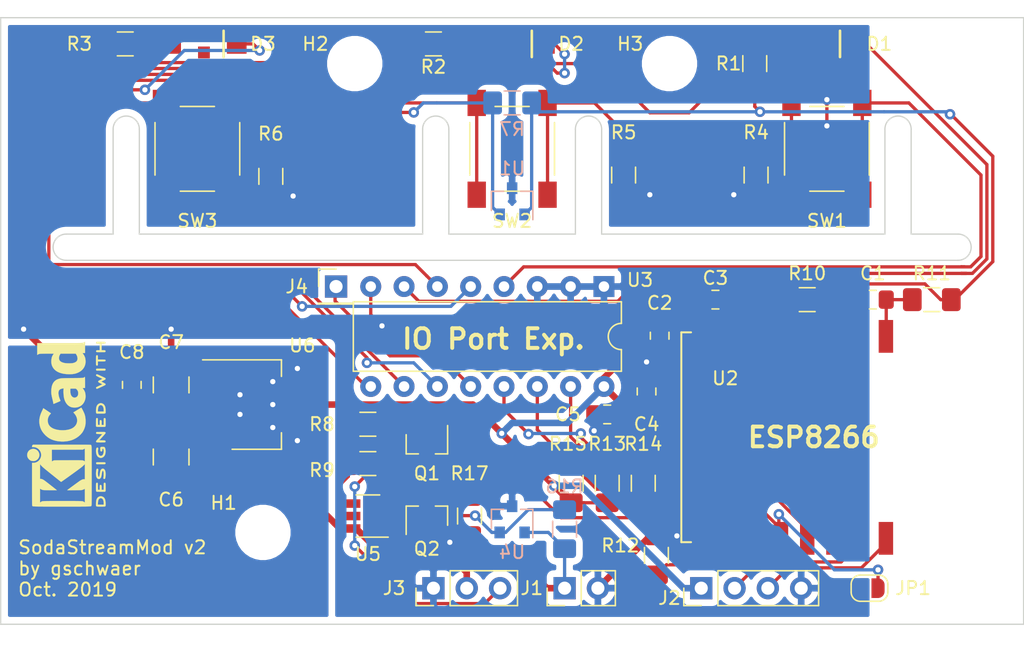
<source format=kicad_pcb>
(kicad_pcb (version 20211014) (generator pcbnew)
  (layers (0 "F.Cu" signal) (31 "B.Cu" signal) (34 "B.Paste" user) (35 "F.Paste" user) (36 "B.SilkS" user "B.Silkscreen") (37 "F.SilkS" user "F.Silkscreen") (38 "B.Mask" user) (39 "F.Mask" user) (44 "Edge.Cuts" user))
  (net 0 "")
  (net 1 "VDD")
  (net 2 "GND")
  (net 3 "+3V3")
  (net 4 "/PortExpander/LED1")
  (net 5 "Net-(D1-Pad2)")
  (net 6 "Net-(D2-Pad2)")
  (net 7 "/PortExpander/LED2")
  (net 8 "/PortExpander/LED3")
  (net 9 "Net-(D3-Pad2)")
  (net 10 "/RXD")
  (net 11 "/TXD")
  (net 12 "Net-(J3-Pad3)")
  (net 13 "/ESP8266/ServoPWM")
  (net 14 "Net-(Q2-Pad3)")
  (net 15 "Net-(Q2-Pad1)")
  (net 16 "Net-(R4-Pad2)")
  (net 17 "Net-(R5-Pad2)")
  (net 18 "Net-(R6-Pad2)")
  (net 19 "/PortExpander/MagSwitch")
  (net 20 "Net-(R12-Pad2)")
  (net 21 "/PortExpander/BTN1")
  (net 22 "/PortExpander/BTN2")
  (net 23 "/PortExpander/BTN3")
  (net 24 "Net-(C1-Pad1)")
  (net 25 "/ESP8266/IO_SCL")
  (net 26 "Net-(R10-Pad2)")
  (net 27 "/ESP8266/IO_Int")
  (net 28 "/ESP8266/IO_SDA")
  (net 29 "/Power/Vin")
  (net 30 "Net-(J4-Pad1)")
  (footprint "Capacitor_SMD:C_0805_2012Metric_Pad1.15x1.40mm_HandSolder" (layer "F.Cu") (at 164 86.5 180)
    (fp_text reference "C1")
    (fp_text value "100n")
  )
  (footprint "Capacitor_SMD:C_0805_2012Metric_Pad1.15x1.40mm_HandSolder" (layer "F.Cu") (at 147.75 89.25 -90)
    (fp_text reference "C2")
    (fp_text value "10u")
  )
  (footprint "Capacitor_SMD:C_0805_2012Metric_Pad1.15x1.40mm_HandSolder" (layer "F.Cu") (at 152 86.5)
    (fp_text reference "C3")
    (fp_text value "100n")
  )
  (footprint "Capacitor_SMD:C_0805_2012Metric_Pad1.15x1.40mm_HandSolder" (layer "F.Cu") (at 146.75 93.5 90)
    (fp_text reference "C4")
    (fp_text value "1u")
  )
  (footprint "Capacitor_SMD:C_0805_2012Metric_Pad1.15x1.40mm_HandSolder" (layer "F.Cu") (at 143.75 95.25 180)
    (fp_text reference "C5")
    (fp_text value "100n")
  )
  (footprint "Capacitor_SMD:C_1210_3225Metric_Pad1.42x2.65mm_HandSolder" (layer "F.Cu") (at 110.5 98.5 -90)
    (fp_text reference "C6")
    (fp_text value "22µF")
  )
  (footprint "Capacitor_SMD:C_1210_3225Metric_Pad1.42x2.65mm_HandSolder" (layer "F.Cu") (at 110.5 93 90)
    (fp_text reference "C7")
    (fp_text value "22µF")
  )
  (footprint "Capacitor_SMD:C_0805_2012Metric_Pad1.15x1.40mm_HandSolder" (layer "F.Cu") (at 107.5 93 90)
    (fp_text reference "C8")
    (fp_text value "100n")
  )
  (footprint "Parts_gschwaer:LED_SMD_SideView_3.0x1.0x2.0_2+1pin" (layer "F.Cu") (at 160 67 180)
    (fp_text reference "D1")
    (fp_text value "LED")
  )
  (footprint "Parts_gschwaer:LED_SMD_SideView_3.0x1.0x2.0_2+1pin" (layer "F.Cu") (at 113 67 180)
    (fp_text reference "D3")
    (fp_text value "LED")
  )
  (footprint "Connector_PinHeader_2.54mm:PinHeader_1x02_P2.54mm_Vertical" (layer "F.Cu") (at 140.5 108.5 90)
    (fp_text reference "J1")
    (fp_text value "PWR")
  )
  (footprint "Connector_PinHeader_2.54mm:PinHeader_1x04_P2.54mm_Vertical" (layer "F.Cu") (at 150.92 108.5 90)
    (fp_text reference "J2")
    (fp_text value "UART")
  )
  (footprint "Connector_PinHeader_2.54mm:PinHeader_1x03_P2.54mm_Vertical" (layer "F.Cu") (at 130.5 108.5 90)
    (fp_text reference "J3")
    (fp_text value "Servo")
  )
  (footprint "Jumper:SolderJumper-2_P1.3mm_Open_RoundedPad1.0x1.5mm" (layer "F.Cu") (at 163.75 108.5 180)
    (fp_text reference "JP1")
    (fp_text value "PROG")
  )
  (footprint "Package_TO_SOT_SMD:SOT-23" (layer "F.Cu") (at 130 97.5 -90)
    (fp_text reference "Q1")
    (fp_text value "BSS138")
  )
  (footprint "Package_TO_SOT_SMD:SOT-23" (layer "F.Cu") (at 130 103 90)
    (fp_text reference "Q2")
    (fp_text value "BSS138")
  )
  (footprint "Resistor_SMD:R_1206_3216Metric_Pad1.42x1.75mm_HandSolder" (layer "F.Cu") (at 155 68.5 -90)
    (fp_text reference "R1")
    (fp_text value "68")
  )
  (footprint "Resistor_SMD:R_1206_3216Metric_Pad1.42x1.75mm_HandSolder" (layer "F.Cu") (at 130.5 67 180)
    (fp_text reference "R2")
    (fp_text value "68")
  )
  (footprint "Resistor_SMD:R_1206_3216Metric_Pad1.42x1.75mm_HandSolder" (layer "F.Cu") (at 107 67 180)
    (fp_text reference "R3")
    (fp_text value "68")
  )
  (footprint "Resistor_SMD:R_1206_3216Metric_Pad1.42x1.75mm_HandSolder" (layer "F.Cu") (at 155.1 77 90)
    (fp_text reference "R4")
    (fp_text value "1k")
  )
  (footprint "Resistor_SMD:R_1206_3216Metric_Pad1.42x1.75mm_HandSolder" (layer "F.Cu") (at 118.1 77.1 90)
    (fp_text reference "R6")
    (fp_text value "1k")
  )
  (footprint "Resistor_SMD:R_1206_3216Metric_Pad1.42x1.75mm_HandSolder" (layer "F.Cu") (at 125.5 96)
    (fp_text reference "R8")
    (fp_text value "10k")
  )
  (footprint "Resistor_SMD:R_1206_3216Metric_Pad1.42x1.75mm_HandSolder" (layer "F.Cu") (at 125.5 99)
    (fp_text reference "R9")
    (fp_text value "10k")
  )
  (footprint "Resistor_SMD:R_1206_3216Metric_Pad1.42x1.75mm_HandSolder" (layer "F.Cu") (at 159 86.5)
    (fp_text reference "R10")
    (fp_text value "47k")
  )
  (footprint "Resistor_SMD:R_1206_3216Metric_Pad1.42x1.75mm_HandSolder" (layer "F.Cu") (at 168.5 86.5 180)
    (fp_text reference "R11")
    (fp_text value "47k")
  )
  (footprint "Resistor_SMD:R_1206_3216Metric_Pad1.42x1.75mm_HandSolder" (layer "F.Cu") (at 147.5 106 -90)
    (fp_text reference "R12")
    (fp_text value "10k")
  )
  (footprint "Resistor_SMD:R_1206_3216Metric_Pad1.42x1.75mm_HandSolder" (layer "F.Cu") (at 143.75 100.5 90)
    (fp_text reference "R13")
    (fp_text value "47k")
  )
  (footprint "Resistor_SMD:R_1206_3216Metric_Pad1.42x1.75mm_HandSolder" (layer "F.Cu") (at 146.5 100.5 90)
    (fp_text reference "R14")
    (fp_text value "47k")
  )
  (footprint "Resistor_SMD:R_1206_3216Metric_Pad1.42x1.75mm_HandSolder" (layer "F.Cu") (at 141 100.5 90)
    (fp_text reference "R15")
    (fp_text value "47k")
  )
  (footprint "Resistor_SMD:R_1206_3216Metric_Pad1.42x1.75mm_HandSolder" (layer "F.Cu") (at 133.25 103 -90)
    (fp_text reference "R17")
    (fp_text value "47k")
  )
  (footprint "Parts_gschwaer:SW_WE_6x6mm" (layer "F.Cu") (at 160.5 75 -90)
    (fp_text reference "SW1")
    (fp_text value "SW_Push")
  )
  (footprint "Parts_gschwaer:SW_WE_6x6mm" (layer "F.Cu") (at 136.5 75 90)
    (fp_text reference "SW2")
    (fp_text value "SW_Push")
  )
  (footprint "Parts_gschwaer:SW_WE_6x6mm" (layer "F.Cu") (at 112.5 75 90)
    (fp_text reference "SW3")
    (fp_text value "SW_Push")
  )
  (footprint "Package_DIP:DIP-16_W7.62mm" (layer "F.Cu") (at 143.5 85.5 -90)
    (fp_text reference "U3")
    (fp_text value "PCF8574")
  )
  (footprint "Package_TO_SOT_SMD:SOT-23-6" (layer "F.Cu") (at 125.5 103 180)
    (fp_text reference "U5")
    (fp_text value "TPS22810DBVR")
  )
  (footprint "Package_TO_SOT_SMD:SOT-223-3_TabPin2" (layer "F.Cu") (at 117 94.5)
    (fp_text reference "U6")
    (fp_text value "AMS1117-3.3")
  )
  (footprint "Module_ESP8266:ESP-12E_SMD" (layer "F.Cu") (at 165 90 -90)
    (fp_text reference "U2")
    (fp_text value "ESP-12E" hide)
  )
  (footprint "Parts_gschwaer:LED_SMD_SideView_3.0x1.0x2.0_2+1pin" (layer "F.Cu") (at 136.5 67 180)
    (fp_text reference "D2")
    (fp_text value "LED")
  )
  (footprint "Resistor_SMD:R_1206_3216Metric_Pad1.42x1.75mm_HandSolder" (layer "F.Cu") (at 145 77 90)
    (fp_text reference "R5")
    (fp_text value "1k")
  )
  (footprint "Connector_PinHeader_2.54mm:PinHeader_1x01_P2.54mm_Vertical" (layer "F.Cu") (at 123.075 85.5)
    (fp_text reference "J4")
    (fp_text value "Conn_01x01_Male")
  )
  (footprint "MountingHole:MountingHole_3.2mm_M3" (layer "F.Cu") (at 117.5 104.25)
    (fp_text reference "H1")
    (fp_text value "MountingHole")
  )
  (footprint "MountingHole:MountingHole_3.2mm_M3" (layer "F.Cu") (at 124.5 68.5)
    (fp_text reference "H2")
    (fp_text value "MountingHole")
  )
  (footprint "MountingHole:MountingHole_3.2mm_M3" (layer "F.Cu") (at 148.5 68.5)
    (fp_text reference "H3")
    (fp_text value "MountingHole")
  )
  (footprint "Symbol:KiCad-Logo2_5mm_SilkScreen" (layer "F.Cu") (at 102.5 96 90)
    (fp_text reference "REF**" hide)
    (fp_text value "KiCad-Logo2_5mm_SilkScreen" hide)
  )
  (footprint "Resistor_SMD:R_1206_3216Metric_Pad1.42x1.75mm_HandSolder" (layer "B.Cu") (at 136.5 71.5)
    (fp_text reference "R7")
    (fp_text value "47k")
  )
  (footprint "Resistor_SMD:R_1206_3216Metric_Pad1.42x1.75mm_HandSolder" (layer "B.Cu") (at 140.5 104 -90)
    (fp_text reference "R16")
    (fp_text value "47k")
  )
  (footprint "Package_TO_SOT_SMD:SOT-23" (layer "B.Cu") (at 136.5 79 90)
    (fp_text reference "U1")
    (fp_text value "Si7205-B-00-IV")
  )
  (footprint "Package_TO_SOT_SMD:SOT-23" (layer "B.Cu") (at 136.5 103.25 90)
    (fp_text reference "U4")
    (fp_text value "Si7205-B-00-IV")
  )
  (gr_line (start 97.5 111.25) (end 175.5 111.25) (layer "Edge.Cuts") (width 0.1))
  (gr_line (start 175.5 65) (end 175.5 111.25) (layer "Edge.Cuts") (width 0.1))
  (gr_line (start 106.075 81.5) (end 102.5 81.5) (layer "Edge.Cuts") (width 0.1))
  (gr_line (start 102.5 83.5) (end 170.5 83.5) (layer "Edge.Cuts") (width 0.1))
  (gr_line (start 166.925 81.5) (end 166.925 73.5) (layer "Edge.Cuts") (width 0.1))
  (gr_line (start 143.425 81.5) (end 143.325 81.5) (layer "Edge.Cuts") (width 0.1))
  (gr_line (start 131.675 81.5) (end 131.825 81.5) (layer "Edge.Cuts") (width 0.1))
  (gr_line (start 108.075 81.5) (end 108.175 81.5) (layer "Edge.Cuts") (width 0.1))
  (gr_arc (start 129.675 73.5) (mid 130.675 72.5) (end 131.675 73.5) (layer "Edge.Cuts") (width 0.1))
  (gr_line (start 141.325 81.5) (end 131.825 81.5) (layer "Edge.Cuts") (width 0.1))
  (gr_line (start 108.075 73.5) (end 108.075 81.5) (layer "Edge.Cuts") (width 0.1))
  (gr_line (start 170.5 81.5) (end 166.925 81.5) (layer "Edge.Cuts") (width 0.1))
  (gr_line (start 97.5 65) (end 97.5 111.25) (layer "Edge.Cuts") (width 0.1))
  (gr_arc (start 102.5 83.5) (mid 101.5 82.5) (end 102.5 81.5) (layer "Edge.Cuts") (width 0.1))
  (gr_line (start 106.075 73.5) (end 106.075 81.5) (layer "Edge.Cuts") (width 0.1))
  (gr_arc (start 164.925 73.5) (mid 165.925 72.5) (end 166.925 73.5) (layer "Edge.Cuts") (width 0.1))
  (gr_line (start 129.675 73.5) (end 129.675 81.5) (layer "Edge.Cuts") (width 0.1))
  (gr_line (start 97.5 65) (end 175.5 65) (layer "Edge.Cuts") (width 0.1))
  (gr_line (start 129.675 81.5) (end 108.175 81.5) (layer "Edge.Cuts") (width 0.1))
  (gr_line (start 141.325 73.5) (end 141.325 81.5) (layer "Edge.Cuts") (width 0.1))
  (gr_arc (start 106.075 73.5) (mid 107.075 72.5) (end 108.075 73.5) (layer "Edge.Cuts") (width 0.1))
  (gr_line (start 131.675 73.5) (end 131.675 81.5) (layer "Edge.Cuts") (width 0.1))
  (gr_line (start 164.925 73.5) (end 164.925 81.5) (layer "Edge.Cuts") (width 0.1))
  (gr_arc (start 141.325 73.5) (mid 142.325 72.5) (end 143.325 73.5) (layer "Edge.Cuts") (width 0.1))
  (gr_line (start 143.325 73.5) (end 143.325 81.5) (layer "Edge.Cuts") (width 0.1))
  (gr_arc (start 170.5 81.5) (mid 171.5 82.5) (end 170.5 83.5) (layer "Edge.Cuts") (width 0.1))
  (gr_line (start 164.925 81.5) (end 143.425 81.5) (layer "Edge.Cuts") (width 0.1))
  (gr_text "SodaStreamMod v2\nby gschwaer\nOct. 2019" (at 98.75 107) (layer "F.SilkS") (effects (font (size 1 1)) (justify left)))
  (gr_text "IO Port Exp." (at 135.075 89.5) (layer "F.SilkS") (effects (font (size 1.5 1.5) (thickness 0.3))))
  (gr_text "ESP8266" (at 159.5 97) (layer "F.SilkS") (effects (font (size 1.5 1.5) (thickness 0.3))))
  (segment (start 113.85 96.8) (end 110.7125 96.8) (width 0.5) (layer "F.Cu") (net 1))
  (segment (start 127.405 106.75) (end 124.605 103.95) (width 0.5) (layer "F.Cu") (net 1))
  (segment (start 116.17 96.75) (end 113.9 96.75) (width 0.5) (layer "F.Cu") (net 1))
  (segment (start 123.21 103.79) (end 122.96 103.54) (width 0.5) (layer "F.Cu") (net 1))
  (segment (start 113.9 96.75) (end 113.85 96.8) (width 0.5) (layer "F.Cu") (net 1))
  (segment (start 124.0125 99.975) (end 123.21 100.7775) (width 0.25) (layer "F.Cu") (net 1))
  (segment (start 124.0125 99) (end 124.0125 99.975) (width 0.25) (layer "F.Cu") (net 1))
  (segment (start 122.96 103.54) (end 116.17 96.75) (width 0.5) (layer "F.Cu") (net 1))
  (segment (start 132.492081 106.75) (end 127.405 106.75) (width 0.5) (layer "F.Cu") (net 1))
  (segment (start 124.4 103.95) (end 123.37 103.95) (width 0.5) (layer "F.Cu") (net 1))
  (segment (start 123.37 103.95) (end 123.21 103.79) (width 0.5) (layer "F.Cu") (net 1))
  (segment (start 133.04 108.5) (end 133.04 107.297919) (width 0.5) (layer "F.Cu") (net 1))
  (segment (start 133.04 107.297919) (end 132.492081 106.75) (width 0.5) (layer "F.Cu") (net 1))
  (segment (start 124.605 103.95) (end 124.4 103.95) (width 0.5) (layer "F.Cu") (net 1))
  (segment (start 123.21 100.7775) (end 123.21 103.79) (width 0.25) (layer "F.Cu") (net 1))
  (segment (start 110.7125 96.8) (end 110.5 97.0125) (width 0.5) (layer "F.Cu") (net 1))
  (segment (start 149.0625 104.5125) (end 150.4875 104.5125) (width 0.5) (layer "F.Cu") (net 2))
  (segment (start 130.95 104.05) (end 130 105) (width 0.25) (layer "F.Cu") (net 2))
  (segment (start 130.95 104.2) (end 131.75 105) (width 0.25) (layer "F.Cu") (net 2))
  (segment (start 125.72 85.5) (end 125.72 87.645) (width 0.25) (layer "F.Cu") (net 2))
  (segment (start 153.875001 87.350001) (end 153.648372 87.123372) (width 0.25) (layer "F.Cu") (net 2))
  (segment (start 155.1 78.4875) (end 153.4125 78.4875) (width 0.25) (layer "F.Cu") (net 2))
  (segment (start 147.75 90.275) (end 147.725 90.275) (width 0.25) (layer "F.Cu") (net 2))
  (segment (start 147.5 104.5125) (end 149.0625 104.5125) (width 0.5) (layer "F.Cu") (net 2))
  (segment (start 161.875001 87.599999) (end 161.875001 90.810001) (width 0.25) (layer "F.Cu") (net 2))
  (segment (start 153.875001 90.560003) (end 153.875001 90.810001) (width 0.25) (layer "F.Cu") (net 2))
  (segment (start 127.5 103.5) (end 127 103) (width 0.25) (layer "F.Cu") (net 2))
  (segment (start 125.72 87.645) (end 126.575 88.5) (width 0.25) (layer "F.Cu") (net 2))
  (segment (start 130.95 104) (end 130.95 104.05) (width 0.25) (layer "F.Cu") (net 2))
  (segment (start 147.725 90.275) (end 146.75 91.25) (width 0.25) (layer "F.Cu") (net 2))
  (segment (start 118.1 78.5875) (end 119.7875 78.5875) (width 0.25) (layer "F.Cu") (net 2))
  (segment (start 142.725 95.25) (end 142.725 96.475) (width 0.5) (layer "F.Cu") (net 2))
  (segment (start 162.975 86.5) (end 161.875001 87.599999) (width 0.25) (layer "F.Cu") (net 2))
  (segment (start 153.648372 87.123372) (end 153.025 86.5) (width 0.25) (layer "F.Cu") (net 2))
  (segment (start 161.875001 90.810001) (end 161.810001 90.875001) (width 0.25) (layer "F.Cu") (net 2))
  (segment (start 143.04 108.5) (end 147.0275 104.5125) (width 0.5) (layer "F.Cu") (net 2))
  (segment (start 160.5 71.25) (end 160.5 73.25) (width 0.25) (layer "F.Cu") (net 2))
  (segment (start 128.668186 105) (end 127.5 103.831814) (width 0.25) (layer "F.Cu") (net 2))
  (segment (start 153.875001 90.810001) (end 153.78663 90.898372) (width 0.25) (layer "F.Cu") (net 2))
  (segment (start 110.5 89) (end 110.5 88.75) (width 0.5) (layer "F.Cu") (net 2))
  (segment (start 147.0275 104.5125) (end 147.5 104.5125) (width 0.5) (layer "F.Cu") (net 2))
  (segment (start 153.648372 90.898372) (end 148.373372 90.898372) (width 0.25) (layer "F.Cu") (net 2))
  (segment (start 145 78.4875) (end 146.9875 78.4875) (width 0.25) (layer "F.Cu") (net 2))
  (segment (start 163.1 108.5) (end 158.54 108.5) (width 0.25) (layer "F.Cu") (net 2))
  (segment (start 110.5 99.9875) (end 99.2625 88.75) (width 0.5) (layer "F.Cu") (net 2))
  (segment (start 146.9875 78.4875) (end 147 78.5) (width 0.25) (layer "F.Cu") (net 2))
  (segment (start 110.5 91.5125) (end 113.1625 91.5125) (width 0.5) (layer "F.Cu") (net 2))
  (segment (start 99.2625 88.75) (end 99.25 88.75) (width 0.5) (layer "F.Cu") (net 2))
  (segment (start 119.7875 78.5875) (end 119.8 78.6) (width 0.25) (layer "F.Cu") (net 2))
  (segment (start 142.725 96.475) (end 142.75 96.5) (width 0.5) (layer "F.Cu") (net 2))
  (segment (start 110.5 91.5125) (end 107.9625 91.5125) (width 0.5) (layer "F.Cu") (net 2))
  (segment (start 110.5 91.5125) (end 110.5 89) (width 0.5) (layer "F.Cu") (net 2))
  (segment (start 130.95 104) (end 130.95 104.2) (width 0.25) (layer "F.Cu") (net 2))
  (segment (start 153.875001 90.560003) (end 153.875001 87.350001) (width 0.25) (layer "F.Cu") (net 2))
  (segment (start 127.5 103.831814) (end 127.5 103.5) (width 0.25) (layer "F.Cu") (net 2))
  (segment (start 153.648372 90.898372) (end 154.166628 90.898372) (width 0.25) (layer "F.Cu") (net 2))
  (segment (start 150.4875 104.5125) (end 151 104) (width 0.5) (layer "F.Cu") (net 2))
  (segment (start 146.75 92.475) (end 146.75 91.25) (width 0.25) (layer "F.Cu") (net 2))
  (segment (start 153.78663 90.898372) (end 153.648372 90.898372) (width 0.25) (layer "F.Cu") (net 2))
  (segment (start 161.810001 90.875001) (end 154.189999 90.875001) (width 0.25) (layer "F.Cu") (net 2))
  (segment (start 107.9625 91.5125) (end 107.5 91.975) (width 0.5) (layer "F.Cu") (net 2))
  (segment (start 154.166628 90.898372) (end 154.189999 90.875001) (width 0.25) (layer "F.Cu") (net 2))
  (segment (start 153.4125 78.4875) (end 153.4 78.5) (width 0.25) (layer "F.Cu") (net 2))
  (segment (start 130 105) (end 128.668186 105) (width 0.25) (layer "F.Cu") (net 2))
  (segment (start 113.1625 91.5125) (end 113.85 92.2) (width 0.5) (layer "F.Cu") (net 2))
  (segment (start 148.373372 90.898372) (end 147.75 90.275) (width 0.25) (layer "F.Cu") (net 2))
  (segment (start 127 103) (end 126.6 103) (width 0.25) (layer "F.Cu") (net 2))
  (via (at 110.5 88.75) (size 0.8) (drill 0.4) (layers "F.Cu" "B.Cu") (net 2))
  (via (at 153.4 78.5) (size 0.8) (drill 0.4) (layers "F.Cu" "B.Cu") (net 2))
  (via (at 142.75 96.5) (size 0.8) (drill 0.4) (layers "F.Cu" "B.Cu") (net 2))
  (via (at 160.5 73.25) (size 0.8) (drill 0.4) (layers "F.Cu" "B.Cu") (net 2))
  (via (at 160.5 71.25) (size 0.8) (drill 0.4) (layers "F.Cu" "B.Cu") (net 2))
  (via (at 149.0625 104.5125) (size 0.8) (drill 0.4) (layers "F.Cu" "B.Cu") (net 2))
  (via (at 147 78.5) (size 0.8) (drill 0.4) (layers "F.Cu" "B.Cu") (net 2))
  (via (at 99.25 88.75) (size 0.8) (drill 0.4) (layers "F.Cu" "B.Cu") (net 2))
  (via (at 126.575 88.5) (size 0.8) (drill 0.4) (layers "F.Cu" "B.Cu") (net 2))
  (via (at 131.75 105) (size 0.8) (drill 0.4) (layers "F.Cu" "B.Cu") (net 2))
  (via (at 146.75 91.25) (size 0.8) (drill 0.4) (layers "F.Cu" "B.Cu") (net 2))
  (via (at 119.8 78.6) (size 0.8) (drill 0.4) (layers "F.Cu" "B.Cu") (net 2))
  (segment (start 158.71251 85.29999) (end 152.17501 85.29999) (width 0.25) (layer "F.Cu") (net 3))
  (segment (start 170 72.474694) (end 170.059696 72.474694) (width 0.25) (layer "F.Cu") (net 3))
  (segment (start 130.5125 68.5) (end 129.0125 67) (width 0.25) (layer "F.Cu") (net 3))
  (segment (start 144.775 94.395) (end 143.5 93.12) (width 0.5) (layer "F.Cu") (net 3))
  (segment (start 150.975 89.975) (end 151 90) (width 0.5) (layer "F.Cu") (net 3))
  (segment (start 169.175 86.5) (end 167.97499 85.29999) (width 0.25) (layer "F.Cu") (net 3))
  (segment (start 141 101.9875) (end 141.975 101.9875) (width 0.25) (layer "F.Cu") (net 3))
  (segment (start 169.887653 72.362347) (end 170 72.474694) (width 0.25) (layer "F.Cu") (net 3))
  (segment (start 170.25 86.5) (end 169.9875 86.5) (width 0.25) (layer "F.Cu") (net 3))
  (segment (start 147.75 88.225) (end 143.5 92.475) (width 0.5) (layer "F.Cu") (net 3))
  (segment (start 169.9875 86.5) (end 169.175 86.5) (width 0.25) (layer "F.Cu") (net 3))
  (segment (start 151 88.75) (end 151 90) (width 0.5) (layer "F.Cu") (net 3))
  (segment (start 143.5 92.475) (end 143.5 93.12) (width 0.5) (layer "F.Cu") (net 3))
  (segment (start 147.75 88.225) (end 150.475 88.225) (width 0.5) (layer "F.Cu") (net 3))
  (segment (start 124.0125 96) (end 124.0125 94.5) (width 0.25) (layer "F.Cu") (net 3))
  (segment (start 167.97499 85.29999) (end 158.71251 85.29999) (width 0.25) (layer "F.Cu") (net 3))
  (segment (start 150.475 88.225) (end 151 88.75) (width 0.5) (layer "F.Cu") (net 3))
  (segment (start 126 72.25) (end 123 72.25) (width 0.25) (layer "F.Cu") (net 3))
  (segment (start 110.5 94.4875) (end 113.8375 94.4875) (width 0.5) (layer "F.Cu") (net 3))
  (segment (start 173.150019 83.599981) (end 170.25 86.5) (width 0.25) (layer "F.Cu") (net 3))
  (segment (start 106.937501 68.425001) (end 106.283847 67.771347) (width 0.25) (layer "F.Cu") (net 3))
  (segment (start 150 72.25) (end 147 72.25) (width 0.25) (layer "F.Cu") (net 3))
  (segment (start 152.17501 85.29999) (end 150.975 86.5) (width 0.25) (layer "F.Cu") (net 3))
  (segment (start 152.2625 69.9875) (end 150 72.25) (width 0.25) (layer "F.Cu") (net 3))
  (segment (start 110.0375 94.025) (end 110.5 94.4875) (width 0.5) (layer "F.Cu") (net 3))
  (segment (start 170.059696 72.474694) (end 173.150019 75.565017) (width 0.25) (layer "F.Cu") (net 3))
  (segment (start 141.975 101.9875) (end 143.5 101.9875) (width 0.25) (layer "F.Cu") (net 3))
  (segment (start 147 72.25) (end 143.25 68.5) (width 0.25) (layer "F.Cu") (net 3))
  (segment (start 129.75 68.5) (end 126 72.25) (width 0.25) (layer "F.Cu") (net 3))
  (segment (start 130.5125 68.5) (end 129.75 68.5) (width 0.25) (layer "F.Cu") (net 3))
  (segment (start 133.5125 94.5) (end 135.70625 96.69375) (width 0.5) (layer "F.Cu") (net 3))
  (segment (start 113.8375 94.4875) (end 113.85 94.5) (width 0.5) (layer "F.Cu") (net 3))
  (segment (start 139.70625 100.69375) (end 141 101.9875) (width 0.5) (layer "F.Cu") (net 3))
  (segment (start 119.175001 68.425001) (end 106.937501 68.425001) (width 0.25) (layer "F.Cu") (net 3))
  (segment (start 123 72.25) (end 119.175001 68.425001) (width 0.25) (layer "F.Cu") (net 3))
  (segment (start 158.283847 85.728653) (end 157.5125 86.5) (width 0.25) (layer "F.Cu") (net 3))
  (segment (start 120.15 94.5) (end 133.5125 94.5) (width 0.5) (layer "F.Cu") (net 3))
  (segment (start 155 69.9875) (end 152.2625 69.9875) (width 0.25) (layer "F.Cu") (net 3))
  (segment (start 150.975 86.5) (end 150.975 89.975) (width 0.5) (layer "F.Cu") (net 3))
  (segment (start 173.150019 75.565017) (end 173.150019 83.599981) (width 0.25) (layer "F.Cu") (net 3))
  (segment (start 130.95 96.5) (end 130.95 94.5) (width 0.25) (layer "F.Cu") (net 3))
  (segment (start 144.905 94.525) (end 143.5 93.12) (width 0.5) (layer "F.Cu") (net 3))
  (segment (start 143.5 101.9875) (end 146 101.9875) (width 0.25) (layer "F.Cu") (net 3))
  (segment (start 131.05 96.55) (end 131 96.55) (width 0.25) (layer "F.Cu") (net 3))
  (segment (start 135.70625 96.69375) (end 139.70625 100.69375) (width 0.5) (layer "F.Cu") (net 3))
  (segment (start 106.283847 67.771347) (end 105.5125 67) (width 0.25) (layer "F.Cu") (net 3))
  (segment (start 107.5 94.025) (end 110.0375 94.025) (width 0.5) (layer "F.Cu") (net 3))
  (segment (start 158.71251 85.29999) (end 158.283847 85.728653) (width 0.25) (layer "F.Cu") (net 3))
  (segment (start 155 71.77498) (end 155.40001 72.17499) (width 0.25) (layer "F.Cu") (net 3))
  (segment (start 155 69.9875) (end 155 71.77498) (width 0.25) (layer "F.Cu") (net 3))
  (segment (start 143.25 68.5) (end 130.5125 68.5) (width 0.25) (layer "F.Cu") (net 3))
  (segment (start 144.775 95.25) (end 144.775 94.395) (width 0.5) (layer "F.Cu") (net 3))
  (segment (start 146.75 94.525) (end 144.905 94.525) (width 0.5) (layer "F.Cu") (net 3))
  (via (at 139.70625 100.69375) (size 0.8) (drill 0.4) (layers "F.Cu" "B.Cu") (net 3))
  (via (at 169.887653 72.362347) (size 0.8) (drill 0.4) (layers "F.Cu" "B.Cu") (net 3))
  (via (at 118.25 92.75) (size 0.8) (drill 0.4) (layers "F.Cu" "B.Cu") (net 3))
  (via (at 135.70625 96.69375) (size 0.8) (drill 0.4) (layers "F.Cu" "B.Cu") (net 3))
  (via (at 118.25 94.5) (size 0.8) (drill 0.4) (layers "F.Cu" "B.Cu") (net 3))
  (via (at 115.75 93.75) (size 0.8) (drill 0.4) (layers "F.Cu" "B.Cu") (net 3))
  (via (at 118.25 96.25) (size 0.8) (drill 0.4) (layers "F.Cu" "B.Cu") (net 3))
  (via (at 155.40001 72.17499) (size 0.8) (drill 0.4) (layers "F.Cu" "B.Cu") (net 3))
  (via (at 120.125 97.25) (size 0.8) (drill 0.4) (layers "F.Cu" "B.Cu") (net 3))
  (via (at 115.75 95.25) (size 0.8) (drill 0.4) (layers "F.Cu" "B.Cu") (net 3))
  (via (at 120.125 91.75) (size 0.8) (drill 0.4) (layers "F.Cu" "B.Cu") (net 3))
  (segment (start 155.40001 72.17499) (end 164.865374 72.17499) (width 0.25) (layer "B.Cu") (net 3))
  (segment (start 137.9875 71.5) (end 138.66249 72.17499) (width 0.25) (layer "B.Cu") (net 3))
  (segment (start 164.865374 72.17499) (end 169.700296 72.17499) (width 0.25) (layer "B.Cu") (net 3))
  (segment (start 136.106249 96.293751) (end 135.70625 96.69375) (width 0.5) (layer "B.Cu") (net 3))
  (segment (start 149.57 108.5) (end 141.76375 100.69375) (width 0.5) (layer "B.Cu") (net 3))
  (segment (start 137.9875 79.4625) (end 137.45 80) (width 0.25) (layer "B.Cu") (net 3))
  (segment (start 169.700296 72.17499) (end 169.887653 72.362347) (width 0.25) (layer "B.Cu") (net 3))
  (segment (start 136.500001 95.899999) (end 136.106249 96.293751) (width 0.5) (layer "B.Cu") (net 3))
  (segment (start 143.5 93.12) (end 140.720001 95.899999) (width 0.5) (layer "B.Cu") (net 3))
  (segment (start 140.720001 95.899999) (end 136.500001 95.899999) (width 0.5) (layer "B.Cu") (net 3))
  (segment (start 141.76375 100.69375) (end 139.70625 100.69375) (width 0.5) (layer "B.Cu") (net 3))
  (segment (start 137.9875 71.5) (end 137.9875 79.4625) (width 0.25) (layer "B.Cu") (net 3))
  (segment (start 150.92 108.5) (end 149.57 108.5) (width 0.5) (layer "B.Cu") (net 3))
  (segment (start 138.66249 72.17499) (end 155.40001 72.17499) (width 0.25) (layer "B.Cu") (net 3))
  (segment (start 144.560001 86.625001) (end 146.685002 84.5) (width 0.25) (layer "F.Cu") (net 4))
  (segment (start 146.685002 84.5) (end 170.75 84.5) (width 0.25) (layer "F.Cu") (net 4))
  (segment (start 163.5 67) (end 162.5 67) (width 0.25) (layer "F.Cu") (net 4))
  (segment (start 172.70001 76.20001) (end 172.700009 83.396037) (width 0.25) (layer "F.Cu") (net 4))
  (segment (start 170.75 84.5) (end 171.13641 84.5) (width 0.25) (layer "F.Cu") (net 4))
  (segment (start 171.596046 84.5) (end 170.75 84.5) (width 0.25) (layer "F.Cu") (net 4))
  (segment (start 128.26 85.5) (end 129.385001 86.625001) (width 0.25) (layer "F.Cu") (net 4))
  (segment (start 172.700009 83.396037) (end 171.596046 84.5) (width 0.25) (layer "F.Cu") (net 4))
  (segment (start 172.70001 76.20001) (end 163.5 67) (width 0.25) (layer "F.Cu") (net 4))
  (segment (start 129.385001 86.625001) (end 144.560001 86.625001) (width 0.25) (layer "F.Cu") (net 4))
  (segment (start 157.4875 67.0125) (end 157.5 67) (width 0.25) (layer "F.Cu") (net 5))
  (segment (start 155 67.0125) (end 157.4875 67.0125) (width 0.25) (layer "F.Cu") (net 5))
  (segment (start 133.75 67.25) (end 134 67) (width 0.25) (layer "F.Cu") (net 6))
  (segment (start 134 67) (end 131.9875 67) (width 0.25) (layer "F.Cu") (net 6))
  (segment (start 122.813599 72.700009) (end 118.988601 68.875011) (width 0.25) (layer "F.Cu") (net 7))
  (segment (start 140.5 69.225) (end 139.934315 69.225) (width 0.25) (layer "F.Cu") (net 7))
  (segment (start 125.37 93.12) (end 125.72 93.12) (width 0.25) (layer "F.Cu") (net 7))
  (segment (start 129.9364 68.95001) (end 126.1864 72.70001) (width 0.25) (layer "F.Cu") (net 7))
  (segment (start 139.659325 68.95001) (end 129.9364 68.95001) (width 0.25) (layer "F.Cu") (net 7))
  (segment (start 126.1864 72.70001) (end 122.813599 72.700009) (width 0.25) (layer "F.Cu") (net 7))
  (segment (start 99.374954 75.440858) (end 99.374954 84.38023) (width 0.25) (layer "F.Cu") (net 7))
  (segment (start 117.87505 85.62505) (end 125.37 93.12) (width 0.25) (layer "F.Cu") (net 7))
  (segment (start 118.988601 68.875011) (end 105.9408 68.875011) (width 0.25) (layer "F.Cu") (net 7))
  (segment (start 105.9408 68.875011) (end 99.374954 75.440858) (width 0.25) (layer "F.Cu") (net 7))
  (segment (start 99.374954 84.38023) (end 100.619774 85.62505) (width 0.25) (layer "F.Cu") (net 7))
  (segment (start 139.725 67) (end 140.5 67.775) (width 0.25) (layer "F.Cu") (net 7))
  (segment (start 139.934315 69.225) (end 139.659325 68.95001) (width 0.25) (layer "F.Cu") (net 7))
  (segment (start 100.619774 85.62505) (end 117.87505 85.62505) (width 0.25) (layer "F.Cu") (net 7))
  (segment (start 139 67) (end 139.725 67) (width 0.25) (layer "F.Cu") (net 7))
  (via (at 140.5 67.775) (size 0.8) (drill 0.4) (layers "F.Cu" "B.Cu") (net 7))
  (via (at 140.5 69.225) (size 0.8) (drill 0.4) (layers "F.Cu" "B.Cu") (net 7))
  (segment (start 140.5 67.775) (end 140.5 69.225) (width 0.25) (layer "B.Cu") (net 7))
  (segment (start 100.724981 83.821027) (end 100.72498 76.275082) (width 0.25) (layer "F.Cu") (net 8))
  (segment (start 106.500031 70.500031) (end 108.5 70.500031) (width 0.25) (layer "F.Cu") (net 8))
  (segment (start 116.75 67) (end 117.25 67.5) (width 0.25) (layer "F.Cu") (net 8))
  (segment (start 100.72498 76.275082) (end 106.500031 70.500031) (width 0.25) (layer "F.Cu") (net 8))
  (segment (start 119.41502 84.27502) (end 101.178974 84.27502) (width 0.25) (layer "F.Cu") (net 8))
  (segment (start 115.5 67) (end 116.75 67) (width 0.25) (layer "F.Cu") (net 8))
  (segment (start 128.26 93.12) (end 119.41502 84.27502) (width 0.25) (layer "F.Cu") (net 8))
  (segment (start 101.178974 84.27502) (end 100.724981 83.821027) (width 0.25) (layer "F.Cu") (net 8))
  (via (at 117.25 67.5) (size 0.8) (drill 0.4) (layers "F.Cu" "B.Cu") (net 8))
  (via (at 108.5 70.500031) (size 0.8) (drill 0.4) (layers "F.Cu" "B.Cu") (net 8))
  (segment (start 111.500031 67.5) (end 108.5 70.500031) (width 0.25) (layer "B.Cu") (net 8))
  (segment (start 117.25 67.5) (end 111.500031 67.5) (width 0.25) (layer "B.Cu") (net 8))
  (segment (start 108.4875 67) (end 110.5 67) (width 0.25) (layer "F.Cu") (net 9))
  (segment (start 163 104) (end 163 105.085002) (width 0.25) (layer "F.Cu") (net 10))
  (segment (start 155.46 106.5) (end 153.46 108.5) (width 0.25) (layer "F.Cu") (net 10))
  (segment (start 161.585002 106.5) (end 155.46 106.5) (width 0.25) (layer "F.Cu") (net 10))
  (segment (start 163 105.085002) (end 161.585002 106.5) (width 0.25) (layer "F.Cu") (net 10))
  (segment (start 157.54999 106.95001) (end 156 108.5) (width 0.25) (layer "F.Cu") (net 11))
  (segment (start 165 105.085002) (end 163.134992 106.95001) (width 0.25) (layer "F.Cu") (net 11))
  (segment (start 165 104) (end 165 105.085002) (width 0.25) (layer "F.Cu") (net 11))
  (segment (start 163.134992 106.95001) (end 157.54999 106.95001) (width 0.25) (layer "F.Cu") (net 11))
  (segment (start 126.25 99) (end 126.9875 99) (width 0.25) (layer "F.Cu") (net 12))
  (segment (start 130 98.5) (end 127.4875 98.5) (width 0.25) (layer "F.Cu") (net 12))
  (segment (start 127.4875 98.5) (end 126.9875 99) (width 0.25) (layer "F.Cu") (net 12))
  (segment (start 134.404999 109.675001) (end 128.925001 109.675001) (width 0.25) (layer "F.Cu") (net 12))
  (segment (start 128.925001 109.675001) (end 124.5 105.25) (width 0.25) (layer "F.Cu") (net 12))
  (segment (start 124.5 100.75) (end 126.25 99) (width 0.25) (layer "F.Cu") (net 12))
  (segment (start 135.58 108.5) (end 134.404999 109.675001) (width 0.25) (layer "F.Cu") (net 12))
  (via (at 124.5 100.75) (size 0.8) (drill 0.4) (layers "F.Cu" "B.Cu") (net 12))
  (via (at 124.5 105.25) (size 0.8) (drill 0.4) (layers "F.Cu" "B.Cu") (net 12))
  (segment (start 124.5 105.25) (end 124.5 100.75) (width 0.25) (layer "B.Cu") (net 12))
  (segment (start 140.236809 103.124999) (end 141.875001 103.124999) (width 0.25) (layer "F.Cu") (net 13))
  (segment (start 129.05 96.5) (end 127.4875 96.5) (width 0.25) (layer "F.Cu") (net 13))
  (segment (start 155 104) (end 154.124999 103.124999) (width 0.25) (layer "F.Cu") (net 13))
  (segment (start 129.05 96.55) (end 130.224999 97.724999) (width 0.25) (layer "F.Cu") (net 13))
  (segment (start 134.836809 97.724999) (end 140.236809 103.124999) (width 0.25) (layer "F.Cu") (net 13))
  (segment (start 130.224999 97.724999) (end 134.836809 97.724999) (width 0.25) (layer "F.Cu") (net 13))
  (segment (start 154.124999 103.124999) (end 141.875001 103.124999) (width 0.25) (layer "F.Cu") (net 13))
  (segment (start 127.4875 96.5) (end 126.9875 96) (width 0.25) (layer "F.Cu") (net 13))
  (segment (start 129.05 96.5) (end 129.05 96.55) (width 0.25) (layer "F.Cu") (net 13))
  (segment (start 126.65 102) (end 126.6 102.05) (width 0.25) (layer "F.Cu") (net 14))
  (segment (start 130.4875 101.5125) (end 130 102) (width 0.25) (layer "F.Cu") (net 14))
  (segment (start 130 102) (end 126.65 102) (width 0.25) (layer "F.Cu") (net 14))
  (segment (start 133.25 101.5125) (end 130.4875 101.5125) (width 0.25) (layer "F.Cu") (net 14))
  (segment (start 133.673382 102.969105) (end 130.030895 102.969105) (width 0.25) (layer "F.Cu") (net 15))
  (segment (start 129.05 103.95) (end 129.05 104) (width 0.25) (layer "F.Cu") (net 15))
  (segment (start 130.030895 102.969105) (end 129.05 103.95) (width 0.25) (layer "F.Cu") (net 15))
  (via (at 133.673382 102.969105) (size 0.8) (drill 0.4) (layers "F.Cu" "B.Cu") (net 15))
  (segment (start 135.55 104.25) (end 134.954277 104.25) (width 0.25) (layer "B.Cu") (net 15))
  (segment (start 140.5 102.5125) (end 137.7375 102.5125) (width 0.25) (layer "B.Cu") (net 15))
  (segment (start 134.954277 104.25) (end 133.673382 102.969105) (width 0.25) (layer "B.Cu") (net 15))
  (segment (start 136 104.25) (end 135.55 104.25) (width 0.25) (layer "B.Cu") (net 15))
  (segment (start 137.7375 102.5125) (end 136 104.25) (width 0.25) (layer "B.Cu") (net 15))
  (segment (start 157.8 75.5) (end 157.8 78.5) (width 0.25) (layer "F.Cu") (net 16))
  (segment (start 157.8 75.5) (end 157.7875 75.5125) (width 0.25) (layer "F.Cu") (net 16))
  (segment (start 157.8 71.5) (end 157.8 75.5) (width 0.25) (layer "F.Cu") (net 16))
  (segment (start 157.7875 75.5125) (end 155.1 75.5125) (width 0.25) (layer "F.Cu") (net 16))
  (segment (start 145 74.7) (end 145 75.5125) (width 0.25) (layer "F.Cu") (net 17))
  (segment (start 139.2 71.5) (end 142.784636 71.5) (width 0.25) (layer "F.Cu") (net 17))
  (segment (start 139.2 71.5) (end 139.2 78.5) (width 0.25) (layer "F.Cu") (net 17))
  (segment (start 145 73.715364) (end 145 74.7) (width 0.25) (layer "F.Cu") (net 17))
  (segment (start 142.784636 71.5) (end 145 73.715364) (width 0.25) (layer "F.Cu") (net 17))
  (segment (start 115.2 75.6) (end 115.2125 75.6125) (width 0.25) (layer "F.Cu") (net 18))
  (segment (start 115.2125 75.6125) (end 118.1 75.6125) (width 0.25) (layer "F.Cu") (net 18))
  (segment (start 115.2 71.5) (end 115.2 75.6) (width 0.25) (layer "F.Cu") (net 18))
  (segment (start 115.2 75.6) (end 115.2 78.5) (width 0.25) (layer "F.Cu") (net 18))
  (segment (start 100.274972 84.007428) (end 100.992574 84.72503) (width 0.25) (layer "F.Cu") (net 19))
  (segment (start 122.440797 73.600027) (end 118.615801 69.775031) (width 0.25) (layer "F.Cu") (net 19))
  (segment (start 126.559198 73.600028) (end 122.440797 73.600027) (width 0.25) (layer "F.Cu") (net 19))
  (segment (start 118.615801 69.775031) (end 106.3136 69.775031) (width 0.25) (layer "F.Cu") (net 19))
  (segment (start 106.3136 69.775031) (end 100.274971 75.81366) (width 0.25) (layer "F.Cu") (net 19))
  (segment (start 119.22503 84.72503) (end 125.432347 90.932347) (width 0.25) (layer "F.Cu") (net 19))
  (segment (start 100.274971 75.81366) (end 100.274972 84.007428) (width 0.25) (layer "F.Cu") (net 19))
  (segment (start 127.934228 72.225) (end 126.559198 73.600028) (width 0.25) (layer "F.Cu") (net 19))
  (segment (start 125.432347 90.932347) (end 125.432347 91.317653) (width 0.25) (layer "F.Cu") (net 19))
  (segment (start 129 72.225) (end 127.934228 72.225) (width 0.25) (layer "F.Cu") (net 19))
  (segment (start 100.992574 84.72503) (end 119.22503 84.72503) (width 0.25) (layer "F.Cu") (net 19))
  (via (at 129 72.225) (size 0.8) (drill 0.4) (layers "F.Cu" "B.Cu") (net 19))
  (via (at 125.432347 91.317653) (size 0.8) (drill 0.4) (layers "F.Cu" "B.Cu") (net 19))
  (segment (start 135.0125 79.4625) (end 135.55 80) (width 0.25) (layer "B.Cu") (net 19))
  (segment (start 125.432347 91.317653) (end 128.997653 91.317653) (width 0.25) (layer "B.Cu") (net 19))
  (segment (start 130.75 71.5) (end 129.725 71.5) (width 0.25) (layer "B.Cu") (net 19))
  (segment (start 129.725 71.5) (end 129 72.225) (width 0.25) (layer "B.Cu") (net 19))
  (segment (start 128.997653 91.317653) (end 130.8 93.12) (width 0.25) (layer "B.Cu") (net 19))
  (segment (start 135.0125 71.5) (end 135.0125 79.4625) (width 0.25) (layer "B.Cu") (net 19))
  (segment (start 135.0125 71.5) (end 130.75 71.5) (width 0.25) (layer "B.Cu") (net 19))
  (segment (start 147.5 107.4875) (end 147.5125 107.4875) (width 0.5) (layer "F.Cu") (net 20))
  (segment (start 153 105.085002) (end 151.368849 106.716153) (width 0.25) (layer "F.Cu") (net 20))
  (segment (start 148.271347 106.716153) (end 147.5 107.4875) (width 0.25) (layer "F.Cu") (net 20))
  (segment (start 151.368849 106.716153) (end 148.271347 106.716153) (width 0.25) (layer "F.Cu") (net 20))
  (segment (start 153 104) (end 153 105.085002) (width 0.25) (layer "F.Cu") (net 20))
  (segment (start 163.2 71.5) (end 166.75 71.5) (width 0.25) (layer "F.Cu") (net 21))
  (segment (start 163.2 71.5) (end 163.2 78.5) (width 0.25) (layer "F.Cu") (net 21))
  (segment (start 170.75 84) (end 137.38 84) (width 0.25) (layer "F.Cu") (net 21))
  (segment (start 172.25 83.209636) (end 171.459636 84) (width 0.25) (layer "F.Cu") (net 21))
  (segment (start 171 84) (end 170.75 84) (width 0.25) (layer "F.Cu") (net 21))
  (segment (start 172.25 77) (end 172.25 83.209636) (width 0.25) (layer "F.Cu") (net 21))
  (segment (start 171.459636 84) (end 170.75 84) (width 0.25) (layer "F.Cu") (net 21))
  (segment (start 166.75 71.5) (end 172.25 77) (width 0.25) (layer "F.Cu") (net 21))
  (segment (start 137.38 84) (end 135.88 85.5) (width 0.25) (layer "F.Cu") (net 21))
  (segment (start 128.02282 71.5) (end 126.372799 73.150019) (width 0.25) (layer "F.Cu") (net 22))
  (segment (start 118.802201 69.325021) (end 106.5 69.325021) (width 0.25) (layer "F.Cu") (net 22))
  (segment (start 133.8 71.5) (end 128.02282 71.5) (width 0.25) (layer "F.Cu") (net 22))
  (segment (start 99.824963 75.627258) (end 99.824962 75.902284) (width 0.25) (layer "F.Cu") (net 22))
  (segment (start 118.649734 85.17504) (end 120.487347 87.012653) (width 0.25) (layer "F.Cu") (net 22))
  (segment (start 122.627198 73.150018) (end 118.802201 69.325021) (width 0.25) (layer "F.Cu") (net 22))
  (segment (start 126.372799 73.150019) (end 122.627198 73.150018) (width 0.25) (layer "F.Cu") (net 22))
  (segment (start 106.127199 69.325022) (end 99.824963 75.627258) (width 0.25) (layer "F.Cu") (net 22))
  (segment (start 106.5 69.325021) (end 106.127199 69.325022) (width 0.25) (layer "F.Cu") (net 22))
  (segment (start 99.824963 84.193829) (end 100.806174 85.17504) (width 0.25) (layer "F.Cu") (net 22))
  (segment (start 133.8 71.5) (end 133.8 78.5) (width 0.25) (layer "F.Cu") (net 22))
  (segment (start 99.824962 75.902284) (end 99.824963 84.193829) (width 0.25) (layer "F.Cu") (net 22))
  (segment (start 100.806174 85.17504) (end 118.649734 85.17504) (width 0.25) (layer "F.Cu") (net 22))
  (via (at 120.487347 87.012653) (size 0.8) (drill 0.4) (layers "F.Cu" "B.Cu") (net 22))
  (segment (start 120.487347 87.012653) (end 131.827347 87.012653) (width 0.25) (layer "B.Cu") (net 22))
  (segment (start 131.827347 87.012653) (end 133.34 85.5) (width 0.25) (layer "B.Cu") (net 22))
  (segment (start 129.12501 83.82501) (end 130.000001 84.700001) (width 0.25) (layer "F.Cu") (net 23))
  (segment (start 130.000001 84.700001) (end 130.8 85.5) (width 0.25) (layer "F.Cu") (net 23))
  (segment (start 101.17499 76.865374) (end 101.17499 83.634626) (width 0.25) (layer "F.Cu") (net 23))
  (segment (start 106.540364 71.5) (end 101.17499 76.865374) (width 0.25) (layer "F.Cu") (net 23))
  (segment (start 109.8 71.5) (end 106.540364 71.5) (width 0.25) (layer "F.Cu") (net 23))
  (segment (start 109.8 71.5) (end 109.8 78.5) (width 0.25) (layer "F.Cu") (net 23))
  (segment (start 101.17499 83.634626) (end 101.365374 83.82501) (width 0.25) (layer "F.Cu") (net 23))
  (segment (start 101.365374 83.82501) (end 129.12501 83.82501) (width 0.25) (layer "F.Cu") (net 23))
  (segment (start 167.0125 86.5) (end 165.025 86.5) (width 0.25) (layer "F.Cu") (net 24))
  (segment (start 165.025 89.975) (end 165 90) (width 0.25) (layer "F.Cu") (net 24))
  (segment (start 165.025 86.5) (end 165.025 89.975) (width 0.25) (layer "F.Cu") (net 24))
  (segment (start 164.4 108.5) (end 164.4 107.1) (width 0.25) (layer "F.Cu") (net 25))
  (segment (start 157 104) (end 153.94999 100.94999) (width 0.25) (layer "F.Cu") (net 25))
  (segment (start 138.42 96.42) (end 138.42 93.12) (width 0.25) (layer "F.Cu") (net 25))
  (segment (start 153.94999 100.94999) (end 142.93749 100.94999) (width 0.25) (layer "F.Cu") (net 25))
  (segment (start 156.837347 103.837347) (end 157 104) (width 0.25) (layer "F.Cu") (net 25))
  (segment (start 142.93749 100.94999) (end 141.771347 99.783847) (width 0.25) (layer "F.Cu") (net 25))
  (segment (start 141.771347 99.783847) (end 141 99.0125) (width 0.25) (layer "F.Cu") (net 25))
  (segment (start 140.228653 98.228653) (end 138.42 96.42) (width 0.25) (layer "F.Cu") (net 25))
  (segment (start 156.837347 102.862653) (end 156.837347 103.837347) (width 0.25) (layer "F.Cu") (net 25))
  (segment (start 140.228653 98.241153) (end 140.228653 98.228653) (width 0.25) (layer "F.Cu") (net 25))
  (segment (start 141 99.0125) (end 140.228653 98.241153) (width 0.25) (layer "F.Cu") (net 25))
  (via (at 164.4 107.1) (size 0.8) (drill 0.4) (layers "F.Cu" "B.Cu") (net 25))
  (via (at 156.837347 102.862653) (size 0.8) (drill 0.4) (layers "F.Cu" "B.Cu") (net 25))
  (segment (start 161.074694 107.1) (end 156.837347 102.862653) (width 0.25) (layer "B.Cu") (net 25))
  (segment (start 164.4 107.1) (end 161.074694 107.1) (width 0.25) (layer "B.Cu") (net 25))
  (segment (start 160.4875 86.5) (end 160.4875 87.475) (width 0.25) (layer "F.Cu") (net 26))
  (segment (start 161 87.9875) (end 161 90) (width 0.25) (layer "F.Cu") (net 26))
  (segment (start 160.4875 87.475) (end 161 87.9875) (width 0.25) (layer "F.Cu") (net 26))
  (segment (start 135.88 94.88) (end 135.88 93.12) (width 0.25) (layer "F.Cu") (net 27))
  (segment (start 137.75 96.75) (end 135.88 94.88) (width 0.25) (layer "F.Cu") (net 27))
  (segment (start 145.647501 97.114999) (end 144.521347 98.241153) (width 0.25) (layer "F.Cu") (net 27))
  (segment (start 141.730153 96.992653) (end 141.730153 96.704847) (width 0.25) (layer "F.Cu") (net 27))
  (segment (start 161 104) (end 154.114999 97.114999) (width 0.25) (layer "F.Cu") (net 27))
  (segment (start 144.521347 98.241153) (end 143.75 99.0125) (width 0.25) (layer "F.Cu") (net 27))
  (segment (start 143.75 99.0125) (end 141.730153 96.992653) (width 0.25) (layer "F.Cu") (net 27))
  (segment (start 154.114999 97.114999) (end 145.647501 97.114999) (width 0.25) (layer "F.Cu") (net 27))
  (via (at 141.730153 96.704847) (size 0.8) (drill 0.4) (layers "F.Cu" "B.Cu") (net 27))
  (via (at 137.75 96.75) (size 0.8) (drill 0.4) (layers "F.Cu" "B.Cu") (net 27))
  (segment (start 137.795153 96.704847) (end 137.75 96.75) (width 0.25) (layer "B.Cu") (net 27))
  (segment (start 141.730153 96.704847) (end 137.795153 96.704847) (width 0.25) (layer "B.Cu") (net 27))
  (segment (start 142.20001 99.3632) (end 142.20001 98.20001) (width 0.25) (layer "F.Cu") (net 28))
  (segment (start 146.5 99.0125) (end 145.46249 100.05001) (width 0.25) (layer "F.Cu") (net 28))
  (segment (start 140.96 96.96) (end 140.96 93.12) (width 0.25) (layer "F.Cu") (net 28))
  (segment (start 142.88682 100.05001) (end 142.20001 99.3632) (width 0.25) (layer "F.Cu") (net 28))
  (segment (start 145.46249 100.05001) (end 142.88682 100.05001) (width 0.25) (layer "F.Cu") (net 28))
  (segment (start 159 104) (end 154.0125 99.0125) (width 0.25) (layer "F.Cu") (net 28))
  (segment (start 142.20001 98.20001) (end 140.96 96.96) (width 0.25) (layer "F.Cu") (net 28))
  (segment (start 154.0125 99.0125) (end 146.5 99.0125) (width 0.25) (layer "F.Cu") (net 28))
  (segment (start 128.705001 105.850001) (end 126.805 103.95) (width 0.5) (layer "F.Cu") (net 29))
  (segment (start 136.500001 105.850001) (end 133.350001 105.850001) (width 0.5) (layer "F.Cu") (net 29))
  (segment (start 133.350001 105.850001) (end 128.705001 105.850001) (width 0.5) (layer "F.Cu") (net 29))
  (segment (start 133.25 105.75) (end 133.350001 105.850001) (width 0.5) (layer "F.Cu") (net 29))
  (segment (start 133.25 104.4875) (end 133.25 105.75) (width 0.5) (layer "F.Cu") (net 29))
  (segment (start 140.5 108.5) (end 139.15 108.5) (width 0.5) (layer "F.Cu") (net 29))
  (segment (start 139.15 108.5) (end 136.500001 105.850001) (width 0.5) (layer "F.Cu") (net 29))
  (segment (start 126.805 103.95) (end 126.6 103.95) (width 0.5) (layer "F.Cu") (net 29))
  (segment (start 140.5 108.5) (end 140.5 107.4) (width 0.25) (layer "B.Cu") (net 29))
  (segment (start 140.5 105.4875) (end 139.2625 104.25) (width 0.25) (layer "B.Cu") (net 29))
  (segment (start 139.2625 104.25) (end 137.45 104.25) (width 0.25) (layer "B.Cu") (net 29))
  (segment (start 140.5 107.4) (end 140.5 105.4875) (width 0.25) (layer "B.Cu") (net 29))
  (segment (start 131 90.78) (end 127.18 90.78) (width 0.25) (layer "F.Cu") (net 30))
  (segment (start 131 90.78) (end 133.34 93.12) (width 0.25) (layer "F.Cu") (net 30))
  (segment (start 127.18 90.78) (end 123 86.6) (width 0.25) (layer "F.Cu") (net 30))
  (segment (start 123 86.6) (end 123 85.5) (width 0.25) (layer "F.Cu") (net 30))
  (zone (net 3) (net_name "+3V3") (layer "F.Cu") (connect_pads (clearance 0.508)) (min_thickness 0.254) (fill yes (thermal_gap 0.508) (thermal_bridge_width 0.508))
    (polygon (pts (xy 112.5 90.75) (xy 121.5 90.75) (xy 121.5 98.25) (xy 112.5 98.25)))
  )
  (zone (net 3) (net_name "+3V3") (layer "B.Cu") (priority 1) (connect_pads (clearance 0.508)) (min_thickness 0.254) (fill yes (thermal_gap 0.508) (thermal_bridge_width 0.508))
    (polygon (pts (xy 97.5 90) (xy 122.5 90) (xy 122.5 111.25) (xy 97.5 111.25)))
  )
  (zone (net 2) (net_name "GND") (layer "B.Cu") (connect_pads (clearance 0.508)) (min_thickness 0.254) (fill yes (thermal_gap 0.508) (thermal_bridge_width 0.508))
    (polygon (pts (xy 97.5 65) (xy 163.75 65) (xy 163.75 111.25) (xy 97.5 111.25)))
  )
)
</source>
